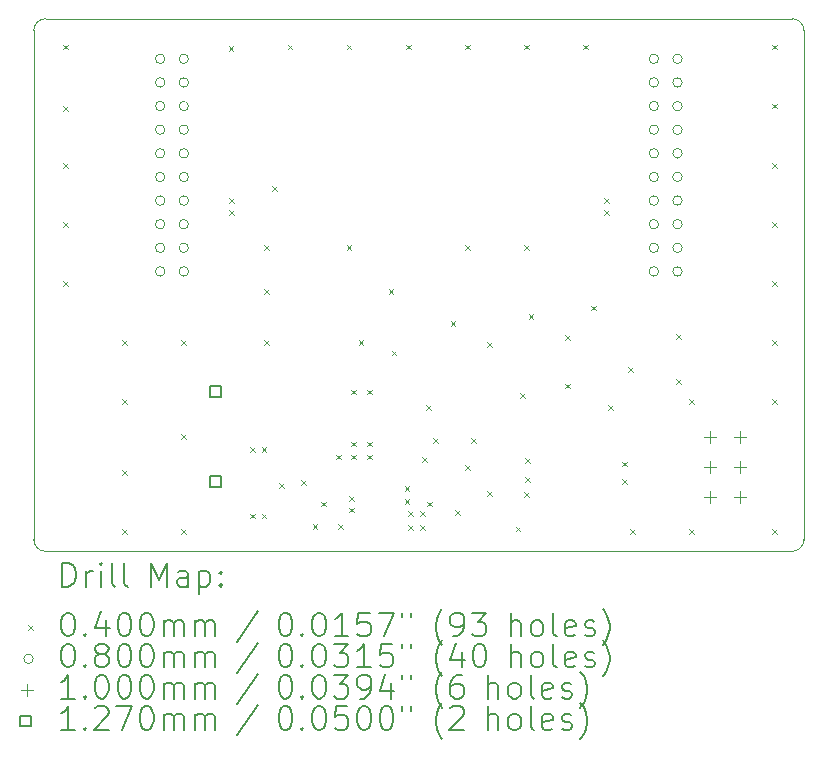
<source format=gbr>
%TF.GenerationSoftware,KiCad,Pcbnew,(7.0.0)*%
%TF.CreationDate,2023-03-12T21:05:17+00:00*%
%TF.ProjectId,main,6d61696e-2e6b-4696-9361-645f70636258,1.0*%
%TF.SameCoordinates,Original*%
%TF.FileFunction,Drillmap*%
%TF.FilePolarity,Positive*%
%FSLAX45Y45*%
G04 Gerber Fmt 4.5, Leading zero omitted, Abs format (unit mm)*
G04 Created by KiCad (PCBNEW (7.0.0)) date 2023-03-12 21:05:17*
%MOMM*%
%LPD*%
G01*
G04 APERTURE LIST*
%ADD10C,0.100000*%
%ADD11C,0.200000*%
%ADD12C,0.040000*%
%ADD13C,0.080000*%
%ADD14C,0.127000*%
G04 APERTURE END LIST*
D10*
X2830000Y-2660000D02*
X9150000Y-2660000D01*
X9250000Y-2760000D02*
G75*
G03*
X9150000Y-2660000I-100000J0D01*
G01*
X9150000Y-7170000D02*
G75*
G03*
X9250000Y-7070000I0J100000D01*
G01*
X2830000Y-2660000D02*
G75*
G03*
X2730000Y-2760000I0J-100000D01*
G01*
X2730000Y-2760000D02*
X2730000Y-7070000D01*
X9250000Y-7070000D02*
X9250000Y-2760000D01*
X2830000Y-7170000D02*
X9150000Y-7170000D01*
X2730000Y-7070000D02*
G75*
G03*
X2830000Y-7170000I100000J0D01*
G01*
D11*
D12*
X2980000Y-2880000D02*
X3020000Y-2920000D01*
X3020000Y-2880000D02*
X2980000Y-2920000D01*
X2980000Y-3400000D02*
X3020000Y-3440000D01*
X3020000Y-3400000D02*
X2980000Y-3440000D01*
X2980000Y-3880000D02*
X3020000Y-3920000D01*
X3020000Y-3880000D02*
X2980000Y-3920000D01*
X2980000Y-4380000D02*
X3020000Y-4420000D01*
X3020000Y-4380000D02*
X2980000Y-4420000D01*
X2980000Y-4880000D02*
X3020000Y-4920000D01*
X3020000Y-4880000D02*
X2980000Y-4920000D01*
X3480000Y-5380000D02*
X3520000Y-5420000D01*
X3520000Y-5380000D02*
X3480000Y-5420000D01*
X3480000Y-5880000D02*
X3520000Y-5920000D01*
X3520000Y-5880000D02*
X3480000Y-5920000D01*
X3480000Y-6480000D02*
X3520000Y-6520000D01*
X3520000Y-6480000D02*
X3480000Y-6520000D01*
X3480000Y-6980000D02*
X3520000Y-7020000D01*
X3520000Y-6980000D02*
X3480000Y-7020000D01*
X3980000Y-5380000D02*
X4020000Y-5420000D01*
X4020000Y-5380000D02*
X3980000Y-5420000D01*
X3980000Y-6180000D02*
X4020000Y-6220000D01*
X4020000Y-6180000D02*
X3980000Y-6220000D01*
X3980000Y-6980000D02*
X4020000Y-7020000D01*
X4020000Y-6980000D02*
X3980000Y-7020000D01*
X4380000Y-2890000D02*
X4420000Y-2930000D01*
X4420000Y-2890000D02*
X4380000Y-2930000D01*
X4382099Y-4177500D02*
X4422099Y-4217500D01*
X4422099Y-4177500D02*
X4382099Y-4217500D01*
X4382099Y-4282500D02*
X4422099Y-4322500D01*
X4422099Y-4282500D02*
X4382099Y-4322500D01*
X4560000Y-6290000D02*
X4600000Y-6330000D01*
X4600000Y-6290000D02*
X4560000Y-6330000D01*
X4560000Y-6850000D02*
X4600000Y-6890000D01*
X4600000Y-6850000D02*
X4560000Y-6890000D01*
X4660000Y-6290000D02*
X4700000Y-6330000D01*
X4700000Y-6290000D02*
X4660000Y-6330000D01*
X4660000Y-6850000D02*
X4700000Y-6890000D01*
X4700000Y-6850000D02*
X4660000Y-6890000D01*
X4680000Y-4580000D02*
X4720000Y-4620000D01*
X4720000Y-4580000D02*
X4680000Y-4620000D01*
X4680000Y-4950000D02*
X4720000Y-4990000D01*
X4720000Y-4950000D02*
X4680000Y-4990000D01*
X4680000Y-5380000D02*
X4720000Y-5420000D01*
X4720000Y-5380000D02*
X4680000Y-5420000D01*
X4750000Y-4080000D02*
X4790000Y-4120000D01*
X4790000Y-4080000D02*
X4750000Y-4120000D01*
X4810000Y-6592450D02*
X4850000Y-6632450D01*
X4850000Y-6592450D02*
X4810000Y-6632450D01*
X4880000Y-2880000D02*
X4920000Y-2920000D01*
X4920000Y-2880000D02*
X4880000Y-2920000D01*
X4995000Y-6567550D02*
X5035000Y-6607550D01*
X5035000Y-6567550D02*
X4995000Y-6607550D01*
X5090000Y-6940000D02*
X5130000Y-6980000D01*
X5130000Y-6940000D02*
X5090000Y-6980000D01*
X5160000Y-6750000D02*
X5200000Y-6790000D01*
X5200000Y-6750000D02*
X5160000Y-6790000D01*
X5290000Y-6350000D02*
X5330000Y-6390000D01*
X5330000Y-6350000D02*
X5290000Y-6390000D01*
X5310000Y-6940000D02*
X5350000Y-6980000D01*
X5350000Y-6940000D02*
X5310000Y-6980000D01*
X5380000Y-2880000D02*
X5420000Y-2920000D01*
X5420000Y-2880000D02*
X5380000Y-2920000D01*
X5380000Y-4580000D02*
X5420000Y-4620000D01*
X5420000Y-4580000D02*
X5380000Y-4620000D01*
X5400000Y-6800000D02*
X5440000Y-6840000D01*
X5440000Y-6800000D02*
X5400000Y-6840000D01*
X5402500Y-6700000D02*
X5442500Y-6740000D01*
X5442500Y-6700000D02*
X5402500Y-6740000D01*
X5420000Y-5800000D02*
X5460000Y-5840000D01*
X5460000Y-5800000D02*
X5420000Y-5840000D01*
X5420000Y-6240000D02*
X5460000Y-6280000D01*
X5460000Y-6240000D02*
X5420000Y-6280000D01*
X5420000Y-6350000D02*
X5460000Y-6390000D01*
X5460000Y-6350000D02*
X5420000Y-6390000D01*
X5480000Y-5380000D02*
X5520000Y-5420000D01*
X5520000Y-5380000D02*
X5480000Y-5420000D01*
X5550000Y-5800000D02*
X5590000Y-5840000D01*
X5590000Y-5800000D02*
X5550000Y-5840000D01*
X5550000Y-6240000D02*
X5590000Y-6280000D01*
X5590000Y-6240000D02*
X5550000Y-6280000D01*
X5550000Y-6350000D02*
X5590000Y-6390000D01*
X5590000Y-6350000D02*
X5550000Y-6390000D01*
X5734000Y-4950000D02*
X5774000Y-4990000D01*
X5774000Y-4950000D02*
X5734000Y-4990000D01*
X5760000Y-5470000D02*
X5800000Y-5510000D01*
X5800000Y-5470000D02*
X5760000Y-5510000D01*
X5870000Y-6620000D02*
X5910000Y-6660000D01*
X5910000Y-6620000D02*
X5870000Y-6660000D01*
X5870000Y-6730000D02*
X5910000Y-6770000D01*
X5910000Y-6730000D02*
X5870000Y-6770000D01*
X5880000Y-2880000D02*
X5920000Y-2920000D01*
X5920000Y-2880000D02*
X5880000Y-2920000D01*
X5900000Y-6830000D02*
X5940000Y-6870000D01*
X5940000Y-6830000D02*
X5900000Y-6870000D01*
X5900000Y-6950000D02*
X5940000Y-6990000D01*
X5940000Y-6950000D02*
X5900000Y-6990000D01*
X6000000Y-6830000D02*
X6040000Y-6870000D01*
X6040000Y-6830000D02*
X6000000Y-6870000D01*
X6000000Y-6950000D02*
X6040000Y-6990000D01*
X6040000Y-6950000D02*
X6000000Y-6990000D01*
X6020000Y-6370000D02*
X6060000Y-6410000D01*
X6060000Y-6370000D02*
X6020000Y-6410000D01*
X6050000Y-5930000D02*
X6090000Y-5970000D01*
X6090000Y-5930000D02*
X6050000Y-5970000D01*
X6060000Y-6750000D02*
X6100000Y-6790000D01*
X6100000Y-6750000D02*
X6060000Y-6790000D01*
X6110000Y-6210000D02*
X6150000Y-6250000D01*
X6150000Y-6210000D02*
X6110000Y-6250000D01*
X6260000Y-5220000D02*
X6300000Y-5260000D01*
X6300000Y-5220000D02*
X6260000Y-5260000D01*
X6300000Y-6820000D02*
X6340000Y-6860000D01*
X6340000Y-6820000D02*
X6300000Y-6860000D01*
X6380000Y-2880000D02*
X6420000Y-2920000D01*
X6420000Y-2880000D02*
X6380000Y-2920000D01*
X6380000Y-4580000D02*
X6420000Y-4620000D01*
X6420000Y-4580000D02*
X6380000Y-4620000D01*
X6380000Y-6440000D02*
X6420000Y-6480000D01*
X6420000Y-6440000D02*
X6380000Y-6480000D01*
X6430000Y-6210000D02*
X6470000Y-6250000D01*
X6470000Y-6210000D02*
X6430000Y-6250000D01*
X6570000Y-5400000D02*
X6610000Y-5440000D01*
X6610000Y-5400000D02*
X6570000Y-5440000D01*
X6570000Y-6660000D02*
X6610000Y-6700000D01*
X6610000Y-6660000D02*
X6570000Y-6700000D01*
X6810000Y-6959950D02*
X6850000Y-6999950D01*
X6850000Y-6959950D02*
X6810000Y-6999950D01*
X6850000Y-5830000D02*
X6890000Y-5870000D01*
X6890000Y-5830000D02*
X6850000Y-5870000D01*
X6880000Y-2880000D02*
X6920000Y-2920000D01*
X6920000Y-2880000D02*
X6880000Y-2920000D01*
X6880000Y-4580000D02*
X6920000Y-4620000D01*
X6920000Y-4580000D02*
X6880000Y-4620000D01*
X6880000Y-6670000D02*
X6920000Y-6710000D01*
X6920000Y-6670000D02*
X6880000Y-6710000D01*
X6890000Y-6380000D02*
X6930000Y-6420000D01*
X6930000Y-6380000D02*
X6890000Y-6420000D01*
X6890000Y-6539950D02*
X6930000Y-6579950D01*
X6930000Y-6539950D02*
X6890000Y-6579950D01*
X6920000Y-5160000D02*
X6960000Y-5200000D01*
X6960000Y-5160000D02*
X6920000Y-5200000D01*
X7230000Y-5340000D02*
X7270000Y-5380000D01*
X7270000Y-5340000D02*
X7230000Y-5380000D01*
X7230000Y-5750000D02*
X7270000Y-5790000D01*
X7270000Y-5750000D02*
X7230000Y-5790000D01*
X7380000Y-2880000D02*
X7420000Y-2920000D01*
X7420000Y-2880000D02*
X7380000Y-2920000D01*
X7450000Y-5090000D02*
X7490000Y-5130000D01*
X7490000Y-5090000D02*
X7450000Y-5130000D01*
X7557901Y-4177500D02*
X7597901Y-4217500D01*
X7597901Y-4177500D02*
X7557901Y-4217500D01*
X7557901Y-4282500D02*
X7597901Y-4322500D01*
X7597901Y-4282500D02*
X7557901Y-4322500D01*
X7590000Y-5930000D02*
X7630000Y-5970000D01*
X7630000Y-5930000D02*
X7590000Y-5970000D01*
X7710000Y-6410000D02*
X7750000Y-6450000D01*
X7750000Y-6410000D02*
X7710000Y-6450000D01*
X7710000Y-6560000D02*
X7750000Y-6600000D01*
X7750000Y-6560000D02*
X7710000Y-6600000D01*
X7760000Y-5610000D02*
X7800000Y-5650000D01*
X7800000Y-5610000D02*
X7760000Y-5650000D01*
X7780000Y-6980000D02*
X7820000Y-7020000D01*
X7820000Y-6980000D02*
X7780000Y-7020000D01*
X8170000Y-5330000D02*
X8210000Y-5370000D01*
X8210000Y-5330000D02*
X8170000Y-5370000D01*
X8170000Y-5710000D02*
X8210000Y-5750000D01*
X8210000Y-5710000D02*
X8170000Y-5750000D01*
X8280000Y-5880000D02*
X8320000Y-5920000D01*
X8320000Y-5880000D02*
X8280000Y-5920000D01*
X8280000Y-6980000D02*
X8320000Y-7020000D01*
X8320000Y-6980000D02*
X8280000Y-7020000D01*
X8980000Y-2880000D02*
X9020000Y-2920000D01*
X9020000Y-2880000D02*
X8980000Y-2920000D01*
X8980000Y-3380000D02*
X9020000Y-3420000D01*
X9020000Y-3380000D02*
X8980000Y-3420000D01*
X8980000Y-3880000D02*
X9020000Y-3920000D01*
X9020000Y-3880000D02*
X8980000Y-3920000D01*
X8980000Y-4380000D02*
X9020000Y-4420000D01*
X9020000Y-4380000D02*
X8980000Y-4420000D01*
X8980000Y-4880000D02*
X9020000Y-4920000D01*
X9020000Y-4880000D02*
X8980000Y-4920000D01*
X8980000Y-5380000D02*
X9020000Y-5420000D01*
X9020000Y-5380000D02*
X8980000Y-5420000D01*
X8980000Y-5880000D02*
X9020000Y-5920000D01*
X9020000Y-5880000D02*
X8980000Y-5920000D01*
X8980000Y-6980000D02*
X9020000Y-7020000D01*
X9020000Y-6980000D02*
X8980000Y-7020000D01*
D13*
X3840000Y-3000000D02*
G75*
G03*
X3840000Y-3000000I-40000J0D01*
G01*
X3840000Y-3200000D02*
G75*
G03*
X3840000Y-3200000I-40000J0D01*
G01*
X3840000Y-3400000D02*
G75*
G03*
X3840000Y-3400000I-40000J0D01*
G01*
X3840000Y-3600000D02*
G75*
G03*
X3840000Y-3600000I-40000J0D01*
G01*
X3840000Y-3800000D02*
G75*
G03*
X3840000Y-3800000I-40000J0D01*
G01*
X3840000Y-4000000D02*
G75*
G03*
X3840000Y-4000000I-40000J0D01*
G01*
X3840000Y-4200000D02*
G75*
G03*
X3840000Y-4200000I-40000J0D01*
G01*
X3840000Y-4400000D02*
G75*
G03*
X3840000Y-4400000I-40000J0D01*
G01*
X3840000Y-4600000D02*
G75*
G03*
X3840000Y-4600000I-40000J0D01*
G01*
X3840000Y-4800000D02*
G75*
G03*
X3840000Y-4800000I-40000J0D01*
G01*
X4040000Y-3000000D02*
G75*
G03*
X4040000Y-3000000I-40000J0D01*
G01*
X4040000Y-3200000D02*
G75*
G03*
X4040000Y-3200000I-40000J0D01*
G01*
X4040000Y-3400000D02*
G75*
G03*
X4040000Y-3400000I-40000J0D01*
G01*
X4040000Y-3600000D02*
G75*
G03*
X4040000Y-3600000I-40000J0D01*
G01*
X4040000Y-3800000D02*
G75*
G03*
X4040000Y-3800000I-40000J0D01*
G01*
X4040000Y-4000000D02*
G75*
G03*
X4040000Y-4000000I-40000J0D01*
G01*
X4040000Y-4200000D02*
G75*
G03*
X4040000Y-4200000I-40000J0D01*
G01*
X4040000Y-4400000D02*
G75*
G03*
X4040000Y-4400000I-40000J0D01*
G01*
X4040000Y-4600000D02*
G75*
G03*
X4040000Y-4600000I-40000J0D01*
G01*
X4040000Y-4800000D02*
G75*
G03*
X4040000Y-4800000I-40000J0D01*
G01*
X8020000Y-3000000D02*
G75*
G03*
X8020000Y-3000000I-40000J0D01*
G01*
X8020000Y-3200000D02*
G75*
G03*
X8020000Y-3200000I-40000J0D01*
G01*
X8020000Y-3400000D02*
G75*
G03*
X8020000Y-3400000I-40000J0D01*
G01*
X8020000Y-3600000D02*
G75*
G03*
X8020000Y-3600000I-40000J0D01*
G01*
X8020000Y-3800000D02*
G75*
G03*
X8020000Y-3800000I-40000J0D01*
G01*
X8020000Y-4000000D02*
G75*
G03*
X8020000Y-4000000I-40000J0D01*
G01*
X8020000Y-4200000D02*
G75*
G03*
X8020000Y-4200000I-40000J0D01*
G01*
X8020000Y-4400000D02*
G75*
G03*
X8020000Y-4400000I-40000J0D01*
G01*
X8020000Y-4600000D02*
G75*
G03*
X8020000Y-4600000I-40000J0D01*
G01*
X8020000Y-4800000D02*
G75*
G03*
X8020000Y-4800000I-40000J0D01*
G01*
X8220000Y-3000000D02*
G75*
G03*
X8220000Y-3000000I-40000J0D01*
G01*
X8220000Y-3200000D02*
G75*
G03*
X8220000Y-3200000I-40000J0D01*
G01*
X8220000Y-3400000D02*
G75*
G03*
X8220000Y-3400000I-40000J0D01*
G01*
X8220000Y-3600000D02*
G75*
G03*
X8220000Y-3600000I-40000J0D01*
G01*
X8220000Y-3800000D02*
G75*
G03*
X8220000Y-3800000I-40000J0D01*
G01*
X8220000Y-4000000D02*
G75*
G03*
X8220000Y-4000000I-40000J0D01*
G01*
X8220000Y-4200000D02*
G75*
G03*
X8220000Y-4200000I-40000J0D01*
G01*
X8220000Y-4400000D02*
G75*
G03*
X8220000Y-4400000I-40000J0D01*
G01*
X8220000Y-4600000D02*
G75*
G03*
X8220000Y-4600000I-40000J0D01*
G01*
X8220000Y-4800000D02*
G75*
G03*
X8220000Y-4800000I-40000J0D01*
G01*
D10*
X8456000Y-6152000D02*
X8456000Y-6252000D01*
X8406000Y-6202000D02*
X8506000Y-6202000D01*
X8456000Y-6406000D02*
X8456000Y-6506000D01*
X8406000Y-6456000D02*
X8506000Y-6456000D01*
X8456000Y-6660000D02*
X8456000Y-6760000D01*
X8406000Y-6710000D02*
X8506000Y-6710000D01*
X8710000Y-6152000D02*
X8710000Y-6252000D01*
X8660000Y-6202000D02*
X8760000Y-6202000D01*
X8710000Y-6406000D02*
X8710000Y-6506000D01*
X8660000Y-6456000D02*
X8760000Y-6456000D01*
X8710000Y-6660000D02*
X8710000Y-6760000D01*
X8660000Y-6710000D02*
X8760000Y-6710000D01*
D14*
X4312392Y-5863902D02*
X4312392Y-5774098D01*
X4222588Y-5774098D01*
X4222588Y-5863902D01*
X4312392Y-5863902D01*
X4312392Y-6625902D02*
X4312392Y-6536098D01*
X4222588Y-6536098D01*
X4222588Y-6625902D01*
X4312392Y-6625902D01*
D11*
X2972619Y-7468476D02*
X2972619Y-7268476D01*
X2972619Y-7268476D02*
X3020238Y-7268476D01*
X3020238Y-7268476D02*
X3048809Y-7278000D01*
X3048809Y-7278000D02*
X3067857Y-7297048D01*
X3067857Y-7297048D02*
X3077381Y-7316095D01*
X3077381Y-7316095D02*
X3086905Y-7354190D01*
X3086905Y-7354190D02*
X3086905Y-7382762D01*
X3086905Y-7382762D02*
X3077381Y-7420857D01*
X3077381Y-7420857D02*
X3067857Y-7439905D01*
X3067857Y-7439905D02*
X3048809Y-7458952D01*
X3048809Y-7458952D02*
X3020238Y-7468476D01*
X3020238Y-7468476D02*
X2972619Y-7468476D01*
X3172619Y-7468476D02*
X3172619Y-7335143D01*
X3172619Y-7373238D02*
X3182143Y-7354190D01*
X3182143Y-7354190D02*
X3191667Y-7344667D01*
X3191667Y-7344667D02*
X3210714Y-7335143D01*
X3210714Y-7335143D02*
X3229762Y-7335143D01*
X3296428Y-7468476D02*
X3296428Y-7335143D01*
X3296428Y-7268476D02*
X3286905Y-7278000D01*
X3286905Y-7278000D02*
X3296428Y-7287524D01*
X3296428Y-7287524D02*
X3305952Y-7278000D01*
X3305952Y-7278000D02*
X3296428Y-7268476D01*
X3296428Y-7268476D02*
X3296428Y-7287524D01*
X3420238Y-7468476D02*
X3401190Y-7458952D01*
X3401190Y-7458952D02*
X3391667Y-7439905D01*
X3391667Y-7439905D02*
X3391667Y-7268476D01*
X3525000Y-7468476D02*
X3505952Y-7458952D01*
X3505952Y-7458952D02*
X3496428Y-7439905D01*
X3496428Y-7439905D02*
X3496428Y-7268476D01*
X3721190Y-7468476D02*
X3721190Y-7268476D01*
X3721190Y-7268476D02*
X3787857Y-7411333D01*
X3787857Y-7411333D02*
X3854524Y-7268476D01*
X3854524Y-7268476D02*
X3854524Y-7468476D01*
X4035476Y-7468476D02*
X4035476Y-7363714D01*
X4035476Y-7363714D02*
X4025952Y-7344667D01*
X4025952Y-7344667D02*
X4006905Y-7335143D01*
X4006905Y-7335143D02*
X3968809Y-7335143D01*
X3968809Y-7335143D02*
X3949762Y-7344667D01*
X4035476Y-7458952D02*
X4016428Y-7468476D01*
X4016428Y-7468476D02*
X3968809Y-7468476D01*
X3968809Y-7468476D02*
X3949762Y-7458952D01*
X3949762Y-7458952D02*
X3940238Y-7439905D01*
X3940238Y-7439905D02*
X3940238Y-7420857D01*
X3940238Y-7420857D02*
X3949762Y-7401809D01*
X3949762Y-7401809D02*
X3968809Y-7392286D01*
X3968809Y-7392286D02*
X4016428Y-7392286D01*
X4016428Y-7392286D02*
X4035476Y-7382762D01*
X4130714Y-7335143D02*
X4130714Y-7535143D01*
X4130714Y-7344667D02*
X4149762Y-7335143D01*
X4149762Y-7335143D02*
X4187857Y-7335143D01*
X4187857Y-7335143D02*
X4206905Y-7344667D01*
X4206905Y-7344667D02*
X4216429Y-7354190D01*
X4216429Y-7354190D02*
X4225952Y-7373238D01*
X4225952Y-7373238D02*
X4225952Y-7430381D01*
X4225952Y-7430381D02*
X4216429Y-7449428D01*
X4216429Y-7449428D02*
X4206905Y-7458952D01*
X4206905Y-7458952D02*
X4187857Y-7468476D01*
X4187857Y-7468476D02*
X4149762Y-7468476D01*
X4149762Y-7468476D02*
X4130714Y-7458952D01*
X4311667Y-7449428D02*
X4321190Y-7458952D01*
X4321190Y-7458952D02*
X4311667Y-7468476D01*
X4311667Y-7468476D02*
X4302143Y-7458952D01*
X4302143Y-7458952D02*
X4311667Y-7449428D01*
X4311667Y-7449428D02*
X4311667Y-7468476D01*
X4311667Y-7344667D02*
X4321190Y-7354190D01*
X4321190Y-7354190D02*
X4311667Y-7363714D01*
X4311667Y-7363714D02*
X4302143Y-7354190D01*
X4302143Y-7354190D02*
X4311667Y-7344667D01*
X4311667Y-7344667D02*
X4311667Y-7363714D01*
D12*
X2685000Y-7795000D02*
X2725000Y-7835000D01*
X2725000Y-7795000D02*
X2685000Y-7835000D01*
D11*
X3010714Y-7688476D02*
X3029762Y-7688476D01*
X3029762Y-7688476D02*
X3048809Y-7698000D01*
X3048809Y-7698000D02*
X3058333Y-7707524D01*
X3058333Y-7707524D02*
X3067857Y-7726571D01*
X3067857Y-7726571D02*
X3077381Y-7764667D01*
X3077381Y-7764667D02*
X3077381Y-7812286D01*
X3077381Y-7812286D02*
X3067857Y-7850381D01*
X3067857Y-7850381D02*
X3058333Y-7869428D01*
X3058333Y-7869428D02*
X3048809Y-7878952D01*
X3048809Y-7878952D02*
X3029762Y-7888476D01*
X3029762Y-7888476D02*
X3010714Y-7888476D01*
X3010714Y-7888476D02*
X2991667Y-7878952D01*
X2991667Y-7878952D02*
X2982143Y-7869428D01*
X2982143Y-7869428D02*
X2972619Y-7850381D01*
X2972619Y-7850381D02*
X2963095Y-7812286D01*
X2963095Y-7812286D02*
X2963095Y-7764667D01*
X2963095Y-7764667D02*
X2972619Y-7726571D01*
X2972619Y-7726571D02*
X2982143Y-7707524D01*
X2982143Y-7707524D02*
X2991667Y-7698000D01*
X2991667Y-7698000D02*
X3010714Y-7688476D01*
X3163095Y-7869428D02*
X3172619Y-7878952D01*
X3172619Y-7878952D02*
X3163095Y-7888476D01*
X3163095Y-7888476D02*
X3153571Y-7878952D01*
X3153571Y-7878952D02*
X3163095Y-7869428D01*
X3163095Y-7869428D02*
X3163095Y-7888476D01*
X3344048Y-7755143D02*
X3344048Y-7888476D01*
X3296428Y-7678952D02*
X3248809Y-7821809D01*
X3248809Y-7821809D02*
X3372619Y-7821809D01*
X3486905Y-7688476D02*
X3505952Y-7688476D01*
X3505952Y-7688476D02*
X3525000Y-7698000D01*
X3525000Y-7698000D02*
X3534524Y-7707524D01*
X3534524Y-7707524D02*
X3544048Y-7726571D01*
X3544048Y-7726571D02*
X3553571Y-7764667D01*
X3553571Y-7764667D02*
X3553571Y-7812286D01*
X3553571Y-7812286D02*
X3544048Y-7850381D01*
X3544048Y-7850381D02*
X3534524Y-7869428D01*
X3534524Y-7869428D02*
X3525000Y-7878952D01*
X3525000Y-7878952D02*
X3505952Y-7888476D01*
X3505952Y-7888476D02*
X3486905Y-7888476D01*
X3486905Y-7888476D02*
X3467857Y-7878952D01*
X3467857Y-7878952D02*
X3458333Y-7869428D01*
X3458333Y-7869428D02*
X3448809Y-7850381D01*
X3448809Y-7850381D02*
X3439286Y-7812286D01*
X3439286Y-7812286D02*
X3439286Y-7764667D01*
X3439286Y-7764667D02*
X3448809Y-7726571D01*
X3448809Y-7726571D02*
X3458333Y-7707524D01*
X3458333Y-7707524D02*
X3467857Y-7698000D01*
X3467857Y-7698000D02*
X3486905Y-7688476D01*
X3677381Y-7688476D02*
X3696429Y-7688476D01*
X3696429Y-7688476D02*
X3715476Y-7698000D01*
X3715476Y-7698000D02*
X3725000Y-7707524D01*
X3725000Y-7707524D02*
X3734524Y-7726571D01*
X3734524Y-7726571D02*
X3744048Y-7764667D01*
X3744048Y-7764667D02*
X3744048Y-7812286D01*
X3744048Y-7812286D02*
X3734524Y-7850381D01*
X3734524Y-7850381D02*
X3725000Y-7869428D01*
X3725000Y-7869428D02*
X3715476Y-7878952D01*
X3715476Y-7878952D02*
X3696429Y-7888476D01*
X3696429Y-7888476D02*
X3677381Y-7888476D01*
X3677381Y-7888476D02*
X3658333Y-7878952D01*
X3658333Y-7878952D02*
X3648809Y-7869428D01*
X3648809Y-7869428D02*
X3639286Y-7850381D01*
X3639286Y-7850381D02*
X3629762Y-7812286D01*
X3629762Y-7812286D02*
X3629762Y-7764667D01*
X3629762Y-7764667D02*
X3639286Y-7726571D01*
X3639286Y-7726571D02*
X3648809Y-7707524D01*
X3648809Y-7707524D02*
X3658333Y-7698000D01*
X3658333Y-7698000D02*
X3677381Y-7688476D01*
X3829762Y-7888476D02*
X3829762Y-7755143D01*
X3829762Y-7774190D02*
X3839286Y-7764667D01*
X3839286Y-7764667D02*
X3858333Y-7755143D01*
X3858333Y-7755143D02*
X3886905Y-7755143D01*
X3886905Y-7755143D02*
X3905952Y-7764667D01*
X3905952Y-7764667D02*
X3915476Y-7783714D01*
X3915476Y-7783714D02*
X3915476Y-7888476D01*
X3915476Y-7783714D02*
X3925000Y-7764667D01*
X3925000Y-7764667D02*
X3944048Y-7755143D01*
X3944048Y-7755143D02*
X3972619Y-7755143D01*
X3972619Y-7755143D02*
X3991667Y-7764667D01*
X3991667Y-7764667D02*
X4001190Y-7783714D01*
X4001190Y-7783714D02*
X4001190Y-7888476D01*
X4096429Y-7888476D02*
X4096429Y-7755143D01*
X4096429Y-7774190D02*
X4105952Y-7764667D01*
X4105952Y-7764667D02*
X4125000Y-7755143D01*
X4125000Y-7755143D02*
X4153571Y-7755143D01*
X4153571Y-7755143D02*
X4172619Y-7764667D01*
X4172619Y-7764667D02*
X4182143Y-7783714D01*
X4182143Y-7783714D02*
X4182143Y-7888476D01*
X4182143Y-7783714D02*
X4191667Y-7764667D01*
X4191667Y-7764667D02*
X4210714Y-7755143D01*
X4210714Y-7755143D02*
X4239286Y-7755143D01*
X4239286Y-7755143D02*
X4258333Y-7764667D01*
X4258333Y-7764667D02*
X4267857Y-7783714D01*
X4267857Y-7783714D02*
X4267857Y-7888476D01*
X4625952Y-7678952D02*
X4454524Y-7936095D01*
X4850714Y-7688476D02*
X4869762Y-7688476D01*
X4869762Y-7688476D02*
X4888810Y-7698000D01*
X4888810Y-7698000D02*
X4898333Y-7707524D01*
X4898333Y-7707524D02*
X4907857Y-7726571D01*
X4907857Y-7726571D02*
X4917381Y-7764667D01*
X4917381Y-7764667D02*
X4917381Y-7812286D01*
X4917381Y-7812286D02*
X4907857Y-7850381D01*
X4907857Y-7850381D02*
X4898333Y-7869428D01*
X4898333Y-7869428D02*
X4888810Y-7878952D01*
X4888810Y-7878952D02*
X4869762Y-7888476D01*
X4869762Y-7888476D02*
X4850714Y-7888476D01*
X4850714Y-7888476D02*
X4831667Y-7878952D01*
X4831667Y-7878952D02*
X4822143Y-7869428D01*
X4822143Y-7869428D02*
X4812619Y-7850381D01*
X4812619Y-7850381D02*
X4803095Y-7812286D01*
X4803095Y-7812286D02*
X4803095Y-7764667D01*
X4803095Y-7764667D02*
X4812619Y-7726571D01*
X4812619Y-7726571D02*
X4822143Y-7707524D01*
X4822143Y-7707524D02*
X4831667Y-7698000D01*
X4831667Y-7698000D02*
X4850714Y-7688476D01*
X5003095Y-7869428D02*
X5012619Y-7878952D01*
X5012619Y-7878952D02*
X5003095Y-7888476D01*
X5003095Y-7888476D02*
X4993572Y-7878952D01*
X4993572Y-7878952D02*
X5003095Y-7869428D01*
X5003095Y-7869428D02*
X5003095Y-7888476D01*
X5136429Y-7688476D02*
X5155476Y-7688476D01*
X5155476Y-7688476D02*
X5174524Y-7698000D01*
X5174524Y-7698000D02*
X5184048Y-7707524D01*
X5184048Y-7707524D02*
X5193572Y-7726571D01*
X5193572Y-7726571D02*
X5203095Y-7764667D01*
X5203095Y-7764667D02*
X5203095Y-7812286D01*
X5203095Y-7812286D02*
X5193572Y-7850381D01*
X5193572Y-7850381D02*
X5184048Y-7869428D01*
X5184048Y-7869428D02*
X5174524Y-7878952D01*
X5174524Y-7878952D02*
X5155476Y-7888476D01*
X5155476Y-7888476D02*
X5136429Y-7888476D01*
X5136429Y-7888476D02*
X5117381Y-7878952D01*
X5117381Y-7878952D02*
X5107857Y-7869428D01*
X5107857Y-7869428D02*
X5098333Y-7850381D01*
X5098333Y-7850381D02*
X5088810Y-7812286D01*
X5088810Y-7812286D02*
X5088810Y-7764667D01*
X5088810Y-7764667D02*
X5098333Y-7726571D01*
X5098333Y-7726571D02*
X5107857Y-7707524D01*
X5107857Y-7707524D02*
X5117381Y-7698000D01*
X5117381Y-7698000D02*
X5136429Y-7688476D01*
X5393572Y-7888476D02*
X5279286Y-7888476D01*
X5336429Y-7888476D02*
X5336429Y-7688476D01*
X5336429Y-7688476D02*
X5317381Y-7717048D01*
X5317381Y-7717048D02*
X5298333Y-7736095D01*
X5298333Y-7736095D02*
X5279286Y-7745619D01*
X5574524Y-7688476D02*
X5479286Y-7688476D01*
X5479286Y-7688476D02*
X5469762Y-7783714D01*
X5469762Y-7783714D02*
X5479286Y-7774190D01*
X5479286Y-7774190D02*
X5498333Y-7764667D01*
X5498333Y-7764667D02*
X5545953Y-7764667D01*
X5545953Y-7764667D02*
X5565000Y-7774190D01*
X5565000Y-7774190D02*
X5574524Y-7783714D01*
X5574524Y-7783714D02*
X5584048Y-7802762D01*
X5584048Y-7802762D02*
X5584048Y-7850381D01*
X5584048Y-7850381D02*
X5574524Y-7869428D01*
X5574524Y-7869428D02*
X5565000Y-7878952D01*
X5565000Y-7878952D02*
X5545953Y-7888476D01*
X5545953Y-7888476D02*
X5498333Y-7888476D01*
X5498333Y-7888476D02*
X5479286Y-7878952D01*
X5479286Y-7878952D02*
X5469762Y-7869428D01*
X5650714Y-7688476D02*
X5784048Y-7688476D01*
X5784048Y-7688476D02*
X5698333Y-7888476D01*
X5850714Y-7688476D02*
X5850714Y-7726571D01*
X5926905Y-7688476D02*
X5926905Y-7726571D01*
X6189762Y-7964667D02*
X6180238Y-7955143D01*
X6180238Y-7955143D02*
X6161191Y-7926571D01*
X6161191Y-7926571D02*
X6151667Y-7907524D01*
X6151667Y-7907524D02*
X6142143Y-7878952D01*
X6142143Y-7878952D02*
X6132619Y-7831333D01*
X6132619Y-7831333D02*
X6132619Y-7793238D01*
X6132619Y-7793238D02*
X6142143Y-7745619D01*
X6142143Y-7745619D02*
X6151667Y-7717048D01*
X6151667Y-7717048D02*
X6161191Y-7698000D01*
X6161191Y-7698000D02*
X6180238Y-7669428D01*
X6180238Y-7669428D02*
X6189762Y-7659905D01*
X6275476Y-7888476D02*
X6313571Y-7888476D01*
X6313571Y-7888476D02*
X6332619Y-7878952D01*
X6332619Y-7878952D02*
X6342143Y-7869428D01*
X6342143Y-7869428D02*
X6361191Y-7840857D01*
X6361191Y-7840857D02*
X6370714Y-7802762D01*
X6370714Y-7802762D02*
X6370714Y-7726571D01*
X6370714Y-7726571D02*
X6361191Y-7707524D01*
X6361191Y-7707524D02*
X6351667Y-7698000D01*
X6351667Y-7698000D02*
X6332619Y-7688476D01*
X6332619Y-7688476D02*
X6294524Y-7688476D01*
X6294524Y-7688476D02*
X6275476Y-7698000D01*
X6275476Y-7698000D02*
X6265952Y-7707524D01*
X6265952Y-7707524D02*
X6256429Y-7726571D01*
X6256429Y-7726571D02*
X6256429Y-7774190D01*
X6256429Y-7774190D02*
X6265952Y-7793238D01*
X6265952Y-7793238D02*
X6275476Y-7802762D01*
X6275476Y-7802762D02*
X6294524Y-7812286D01*
X6294524Y-7812286D02*
X6332619Y-7812286D01*
X6332619Y-7812286D02*
X6351667Y-7802762D01*
X6351667Y-7802762D02*
X6361191Y-7793238D01*
X6361191Y-7793238D02*
X6370714Y-7774190D01*
X6437381Y-7688476D02*
X6561191Y-7688476D01*
X6561191Y-7688476D02*
X6494524Y-7764667D01*
X6494524Y-7764667D02*
X6523095Y-7764667D01*
X6523095Y-7764667D02*
X6542143Y-7774190D01*
X6542143Y-7774190D02*
X6551667Y-7783714D01*
X6551667Y-7783714D02*
X6561191Y-7802762D01*
X6561191Y-7802762D02*
X6561191Y-7850381D01*
X6561191Y-7850381D02*
X6551667Y-7869428D01*
X6551667Y-7869428D02*
X6542143Y-7878952D01*
X6542143Y-7878952D02*
X6523095Y-7888476D01*
X6523095Y-7888476D02*
X6465952Y-7888476D01*
X6465952Y-7888476D02*
X6446905Y-7878952D01*
X6446905Y-7878952D02*
X6437381Y-7869428D01*
X6766905Y-7888476D02*
X6766905Y-7688476D01*
X6852619Y-7888476D02*
X6852619Y-7783714D01*
X6852619Y-7783714D02*
X6843095Y-7764667D01*
X6843095Y-7764667D02*
X6824048Y-7755143D01*
X6824048Y-7755143D02*
X6795476Y-7755143D01*
X6795476Y-7755143D02*
X6776429Y-7764667D01*
X6776429Y-7764667D02*
X6766905Y-7774190D01*
X6976429Y-7888476D02*
X6957381Y-7878952D01*
X6957381Y-7878952D02*
X6947857Y-7869428D01*
X6947857Y-7869428D02*
X6938333Y-7850381D01*
X6938333Y-7850381D02*
X6938333Y-7793238D01*
X6938333Y-7793238D02*
X6947857Y-7774190D01*
X6947857Y-7774190D02*
X6957381Y-7764667D01*
X6957381Y-7764667D02*
X6976429Y-7755143D01*
X6976429Y-7755143D02*
X7005000Y-7755143D01*
X7005000Y-7755143D02*
X7024048Y-7764667D01*
X7024048Y-7764667D02*
X7033572Y-7774190D01*
X7033572Y-7774190D02*
X7043095Y-7793238D01*
X7043095Y-7793238D02*
X7043095Y-7850381D01*
X7043095Y-7850381D02*
X7033572Y-7869428D01*
X7033572Y-7869428D02*
X7024048Y-7878952D01*
X7024048Y-7878952D02*
X7005000Y-7888476D01*
X7005000Y-7888476D02*
X6976429Y-7888476D01*
X7157381Y-7888476D02*
X7138333Y-7878952D01*
X7138333Y-7878952D02*
X7128810Y-7859905D01*
X7128810Y-7859905D02*
X7128810Y-7688476D01*
X7309762Y-7878952D02*
X7290714Y-7888476D01*
X7290714Y-7888476D02*
X7252619Y-7888476D01*
X7252619Y-7888476D02*
X7233572Y-7878952D01*
X7233572Y-7878952D02*
X7224048Y-7859905D01*
X7224048Y-7859905D02*
X7224048Y-7783714D01*
X7224048Y-7783714D02*
X7233572Y-7764667D01*
X7233572Y-7764667D02*
X7252619Y-7755143D01*
X7252619Y-7755143D02*
X7290714Y-7755143D01*
X7290714Y-7755143D02*
X7309762Y-7764667D01*
X7309762Y-7764667D02*
X7319286Y-7783714D01*
X7319286Y-7783714D02*
X7319286Y-7802762D01*
X7319286Y-7802762D02*
X7224048Y-7821809D01*
X7395476Y-7878952D02*
X7414524Y-7888476D01*
X7414524Y-7888476D02*
X7452619Y-7888476D01*
X7452619Y-7888476D02*
X7471667Y-7878952D01*
X7471667Y-7878952D02*
X7481191Y-7859905D01*
X7481191Y-7859905D02*
X7481191Y-7850381D01*
X7481191Y-7850381D02*
X7471667Y-7831333D01*
X7471667Y-7831333D02*
X7452619Y-7821809D01*
X7452619Y-7821809D02*
X7424048Y-7821809D01*
X7424048Y-7821809D02*
X7405000Y-7812286D01*
X7405000Y-7812286D02*
X7395476Y-7793238D01*
X7395476Y-7793238D02*
X7395476Y-7783714D01*
X7395476Y-7783714D02*
X7405000Y-7764667D01*
X7405000Y-7764667D02*
X7424048Y-7755143D01*
X7424048Y-7755143D02*
X7452619Y-7755143D01*
X7452619Y-7755143D02*
X7471667Y-7764667D01*
X7547857Y-7964667D02*
X7557381Y-7955143D01*
X7557381Y-7955143D02*
X7576429Y-7926571D01*
X7576429Y-7926571D02*
X7585953Y-7907524D01*
X7585953Y-7907524D02*
X7595476Y-7878952D01*
X7595476Y-7878952D02*
X7605000Y-7831333D01*
X7605000Y-7831333D02*
X7605000Y-7793238D01*
X7605000Y-7793238D02*
X7595476Y-7745619D01*
X7595476Y-7745619D02*
X7585953Y-7717048D01*
X7585953Y-7717048D02*
X7576429Y-7698000D01*
X7576429Y-7698000D02*
X7557381Y-7669428D01*
X7557381Y-7669428D02*
X7547857Y-7659905D01*
D13*
X2725000Y-8079000D02*
G75*
G03*
X2725000Y-8079000I-40000J0D01*
G01*
D11*
X3010714Y-7952476D02*
X3029762Y-7952476D01*
X3029762Y-7952476D02*
X3048809Y-7962000D01*
X3048809Y-7962000D02*
X3058333Y-7971524D01*
X3058333Y-7971524D02*
X3067857Y-7990571D01*
X3067857Y-7990571D02*
X3077381Y-8028667D01*
X3077381Y-8028667D02*
X3077381Y-8076286D01*
X3077381Y-8076286D02*
X3067857Y-8114381D01*
X3067857Y-8114381D02*
X3058333Y-8133428D01*
X3058333Y-8133428D02*
X3048809Y-8142952D01*
X3048809Y-8142952D02*
X3029762Y-8152476D01*
X3029762Y-8152476D02*
X3010714Y-8152476D01*
X3010714Y-8152476D02*
X2991667Y-8142952D01*
X2991667Y-8142952D02*
X2982143Y-8133428D01*
X2982143Y-8133428D02*
X2972619Y-8114381D01*
X2972619Y-8114381D02*
X2963095Y-8076286D01*
X2963095Y-8076286D02*
X2963095Y-8028667D01*
X2963095Y-8028667D02*
X2972619Y-7990571D01*
X2972619Y-7990571D02*
X2982143Y-7971524D01*
X2982143Y-7971524D02*
X2991667Y-7962000D01*
X2991667Y-7962000D02*
X3010714Y-7952476D01*
X3163095Y-8133428D02*
X3172619Y-8142952D01*
X3172619Y-8142952D02*
X3163095Y-8152476D01*
X3163095Y-8152476D02*
X3153571Y-8142952D01*
X3153571Y-8142952D02*
X3163095Y-8133428D01*
X3163095Y-8133428D02*
X3163095Y-8152476D01*
X3286905Y-8038190D02*
X3267857Y-8028667D01*
X3267857Y-8028667D02*
X3258333Y-8019143D01*
X3258333Y-8019143D02*
X3248809Y-8000095D01*
X3248809Y-8000095D02*
X3248809Y-7990571D01*
X3248809Y-7990571D02*
X3258333Y-7971524D01*
X3258333Y-7971524D02*
X3267857Y-7962000D01*
X3267857Y-7962000D02*
X3286905Y-7952476D01*
X3286905Y-7952476D02*
X3325000Y-7952476D01*
X3325000Y-7952476D02*
X3344048Y-7962000D01*
X3344048Y-7962000D02*
X3353571Y-7971524D01*
X3353571Y-7971524D02*
X3363095Y-7990571D01*
X3363095Y-7990571D02*
X3363095Y-8000095D01*
X3363095Y-8000095D02*
X3353571Y-8019143D01*
X3353571Y-8019143D02*
X3344048Y-8028667D01*
X3344048Y-8028667D02*
X3325000Y-8038190D01*
X3325000Y-8038190D02*
X3286905Y-8038190D01*
X3286905Y-8038190D02*
X3267857Y-8047714D01*
X3267857Y-8047714D02*
X3258333Y-8057238D01*
X3258333Y-8057238D02*
X3248809Y-8076286D01*
X3248809Y-8076286D02*
X3248809Y-8114381D01*
X3248809Y-8114381D02*
X3258333Y-8133428D01*
X3258333Y-8133428D02*
X3267857Y-8142952D01*
X3267857Y-8142952D02*
X3286905Y-8152476D01*
X3286905Y-8152476D02*
X3325000Y-8152476D01*
X3325000Y-8152476D02*
X3344048Y-8142952D01*
X3344048Y-8142952D02*
X3353571Y-8133428D01*
X3353571Y-8133428D02*
X3363095Y-8114381D01*
X3363095Y-8114381D02*
X3363095Y-8076286D01*
X3363095Y-8076286D02*
X3353571Y-8057238D01*
X3353571Y-8057238D02*
X3344048Y-8047714D01*
X3344048Y-8047714D02*
X3325000Y-8038190D01*
X3486905Y-7952476D02*
X3505952Y-7952476D01*
X3505952Y-7952476D02*
X3525000Y-7962000D01*
X3525000Y-7962000D02*
X3534524Y-7971524D01*
X3534524Y-7971524D02*
X3544048Y-7990571D01*
X3544048Y-7990571D02*
X3553571Y-8028667D01*
X3553571Y-8028667D02*
X3553571Y-8076286D01*
X3553571Y-8076286D02*
X3544048Y-8114381D01*
X3544048Y-8114381D02*
X3534524Y-8133428D01*
X3534524Y-8133428D02*
X3525000Y-8142952D01*
X3525000Y-8142952D02*
X3505952Y-8152476D01*
X3505952Y-8152476D02*
X3486905Y-8152476D01*
X3486905Y-8152476D02*
X3467857Y-8142952D01*
X3467857Y-8142952D02*
X3458333Y-8133428D01*
X3458333Y-8133428D02*
X3448809Y-8114381D01*
X3448809Y-8114381D02*
X3439286Y-8076286D01*
X3439286Y-8076286D02*
X3439286Y-8028667D01*
X3439286Y-8028667D02*
X3448809Y-7990571D01*
X3448809Y-7990571D02*
X3458333Y-7971524D01*
X3458333Y-7971524D02*
X3467857Y-7962000D01*
X3467857Y-7962000D02*
X3486905Y-7952476D01*
X3677381Y-7952476D02*
X3696429Y-7952476D01*
X3696429Y-7952476D02*
X3715476Y-7962000D01*
X3715476Y-7962000D02*
X3725000Y-7971524D01*
X3725000Y-7971524D02*
X3734524Y-7990571D01*
X3734524Y-7990571D02*
X3744048Y-8028667D01*
X3744048Y-8028667D02*
X3744048Y-8076286D01*
X3744048Y-8076286D02*
X3734524Y-8114381D01*
X3734524Y-8114381D02*
X3725000Y-8133428D01*
X3725000Y-8133428D02*
X3715476Y-8142952D01*
X3715476Y-8142952D02*
X3696429Y-8152476D01*
X3696429Y-8152476D02*
X3677381Y-8152476D01*
X3677381Y-8152476D02*
X3658333Y-8142952D01*
X3658333Y-8142952D02*
X3648809Y-8133428D01*
X3648809Y-8133428D02*
X3639286Y-8114381D01*
X3639286Y-8114381D02*
X3629762Y-8076286D01*
X3629762Y-8076286D02*
X3629762Y-8028667D01*
X3629762Y-8028667D02*
X3639286Y-7990571D01*
X3639286Y-7990571D02*
X3648809Y-7971524D01*
X3648809Y-7971524D02*
X3658333Y-7962000D01*
X3658333Y-7962000D02*
X3677381Y-7952476D01*
X3829762Y-8152476D02*
X3829762Y-8019143D01*
X3829762Y-8038190D02*
X3839286Y-8028667D01*
X3839286Y-8028667D02*
X3858333Y-8019143D01*
X3858333Y-8019143D02*
X3886905Y-8019143D01*
X3886905Y-8019143D02*
X3905952Y-8028667D01*
X3905952Y-8028667D02*
X3915476Y-8047714D01*
X3915476Y-8047714D02*
X3915476Y-8152476D01*
X3915476Y-8047714D02*
X3925000Y-8028667D01*
X3925000Y-8028667D02*
X3944048Y-8019143D01*
X3944048Y-8019143D02*
X3972619Y-8019143D01*
X3972619Y-8019143D02*
X3991667Y-8028667D01*
X3991667Y-8028667D02*
X4001190Y-8047714D01*
X4001190Y-8047714D02*
X4001190Y-8152476D01*
X4096429Y-8152476D02*
X4096429Y-8019143D01*
X4096429Y-8038190D02*
X4105952Y-8028667D01*
X4105952Y-8028667D02*
X4125000Y-8019143D01*
X4125000Y-8019143D02*
X4153571Y-8019143D01*
X4153571Y-8019143D02*
X4172619Y-8028667D01*
X4172619Y-8028667D02*
X4182143Y-8047714D01*
X4182143Y-8047714D02*
X4182143Y-8152476D01*
X4182143Y-8047714D02*
X4191667Y-8028667D01*
X4191667Y-8028667D02*
X4210714Y-8019143D01*
X4210714Y-8019143D02*
X4239286Y-8019143D01*
X4239286Y-8019143D02*
X4258333Y-8028667D01*
X4258333Y-8028667D02*
X4267857Y-8047714D01*
X4267857Y-8047714D02*
X4267857Y-8152476D01*
X4625952Y-7942952D02*
X4454524Y-8200095D01*
X4850714Y-7952476D02*
X4869762Y-7952476D01*
X4869762Y-7952476D02*
X4888810Y-7962000D01*
X4888810Y-7962000D02*
X4898333Y-7971524D01*
X4898333Y-7971524D02*
X4907857Y-7990571D01*
X4907857Y-7990571D02*
X4917381Y-8028667D01*
X4917381Y-8028667D02*
X4917381Y-8076286D01*
X4917381Y-8076286D02*
X4907857Y-8114381D01*
X4907857Y-8114381D02*
X4898333Y-8133428D01*
X4898333Y-8133428D02*
X4888810Y-8142952D01*
X4888810Y-8142952D02*
X4869762Y-8152476D01*
X4869762Y-8152476D02*
X4850714Y-8152476D01*
X4850714Y-8152476D02*
X4831667Y-8142952D01*
X4831667Y-8142952D02*
X4822143Y-8133428D01*
X4822143Y-8133428D02*
X4812619Y-8114381D01*
X4812619Y-8114381D02*
X4803095Y-8076286D01*
X4803095Y-8076286D02*
X4803095Y-8028667D01*
X4803095Y-8028667D02*
X4812619Y-7990571D01*
X4812619Y-7990571D02*
X4822143Y-7971524D01*
X4822143Y-7971524D02*
X4831667Y-7962000D01*
X4831667Y-7962000D02*
X4850714Y-7952476D01*
X5003095Y-8133428D02*
X5012619Y-8142952D01*
X5012619Y-8142952D02*
X5003095Y-8152476D01*
X5003095Y-8152476D02*
X4993572Y-8142952D01*
X4993572Y-8142952D02*
X5003095Y-8133428D01*
X5003095Y-8133428D02*
X5003095Y-8152476D01*
X5136429Y-7952476D02*
X5155476Y-7952476D01*
X5155476Y-7952476D02*
X5174524Y-7962000D01*
X5174524Y-7962000D02*
X5184048Y-7971524D01*
X5184048Y-7971524D02*
X5193572Y-7990571D01*
X5193572Y-7990571D02*
X5203095Y-8028667D01*
X5203095Y-8028667D02*
X5203095Y-8076286D01*
X5203095Y-8076286D02*
X5193572Y-8114381D01*
X5193572Y-8114381D02*
X5184048Y-8133428D01*
X5184048Y-8133428D02*
X5174524Y-8142952D01*
X5174524Y-8142952D02*
X5155476Y-8152476D01*
X5155476Y-8152476D02*
X5136429Y-8152476D01*
X5136429Y-8152476D02*
X5117381Y-8142952D01*
X5117381Y-8142952D02*
X5107857Y-8133428D01*
X5107857Y-8133428D02*
X5098333Y-8114381D01*
X5098333Y-8114381D02*
X5088810Y-8076286D01*
X5088810Y-8076286D02*
X5088810Y-8028667D01*
X5088810Y-8028667D02*
X5098333Y-7990571D01*
X5098333Y-7990571D02*
X5107857Y-7971524D01*
X5107857Y-7971524D02*
X5117381Y-7962000D01*
X5117381Y-7962000D02*
X5136429Y-7952476D01*
X5269762Y-7952476D02*
X5393572Y-7952476D01*
X5393572Y-7952476D02*
X5326905Y-8028667D01*
X5326905Y-8028667D02*
X5355476Y-8028667D01*
X5355476Y-8028667D02*
X5374524Y-8038190D01*
X5374524Y-8038190D02*
X5384048Y-8047714D01*
X5384048Y-8047714D02*
X5393572Y-8066762D01*
X5393572Y-8066762D02*
X5393572Y-8114381D01*
X5393572Y-8114381D02*
X5384048Y-8133428D01*
X5384048Y-8133428D02*
X5374524Y-8142952D01*
X5374524Y-8142952D02*
X5355476Y-8152476D01*
X5355476Y-8152476D02*
X5298333Y-8152476D01*
X5298333Y-8152476D02*
X5279286Y-8142952D01*
X5279286Y-8142952D02*
X5269762Y-8133428D01*
X5584048Y-8152476D02*
X5469762Y-8152476D01*
X5526905Y-8152476D02*
X5526905Y-7952476D01*
X5526905Y-7952476D02*
X5507857Y-7981048D01*
X5507857Y-7981048D02*
X5488810Y-8000095D01*
X5488810Y-8000095D02*
X5469762Y-8009619D01*
X5765000Y-7952476D02*
X5669762Y-7952476D01*
X5669762Y-7952476D02*
X5660238Y-8047714D01*
X5660238Y-8047714D02*
X5669762Y-8038190D01*
X5669762Y-8038190D02*
X5688810Y-8028667D01*
X5688810Y-8028667D02*
X5736429Y-8028667D01*
X5736429Y-8028667D02*
X5755476Y-8038190D01*
X5755476Y-8038190D02*
X5765000Y-8047714D01*
X5765000Y-8047714D02*
X5774524Y-8066762D01*
X5774524Y-8066762D02*
X5774524Y-8114381D01*
X5774524Y-8114381D02*
X5765000Y-8133428D01*
X5765000Y-8133428D02*
X5755476Y-8142952D01*
X5755476Y-8142952D02*
X5736429Y-8152476D01*
X5736429Y-8152476D02*
X5688810Y-8152476D01*
X5688810Y-8152476D02*
X5669762Y-8142952D01*
X5669762Y-8142952D02*
X5660238Y-8133428D01*
X5850714Y-7952476D02*
X5850714Y-7990571D01*
X5926905Y-7952476D02*
X5926905Y-7990571D01*
X6189762Y-8228667D02*
X6180238Y-8219143D01*
X6180238Y-8219143D02*
X6161191Y-8190571D01*
X6161191Y-8190571D02*
X6151667Y-8171524D01*
X6151667Y-8171524D02*
X6142143Y-8142952D01*
X6142143Y-8142952D02*
X6132619Y-8095333D01*
X6132619Y-8095333D02*
X6132619Y-8057238D01*
X6132619Y-8057238D02*
X6142143Y-8009619D01*
X6142143Y-8009619D02*
X6151667Y-7981048D01*
X6151667Y-7981048D02*
X6161191Y-7962000D01*
X6161191Y-7962000D02*
X6180238Y-7933428D01*
X6180238Y-7933428D02*
X6189762Y-7923905D01*
X6351667Y-8019143D02*
X6351667Y-8152476D01*
X6304048Y-7942952D02*
X6256429Y-8085809D01*
X6256429Y-8085809D02*
X6380238Y-8085809D01*
X6494524Y-7952476D02*
X6513572Y-7952476D01*
X6513572Y-7952476D02*
X6532619Y-7962000D01*
X6532619Y-7962000D02*
X6542143Y-7971524D01*
X6542143Y-7971524D02*
X6551667Y-7990571D01*
X6551667Y-7990571D02*
X6561191Y-8028667D01*
X6561191Y-8028667D02*
X6561191Y-8076286D01*
X6561191Y-8076286D02*
X6551667Y-8114381D01*
X6551667Y-8114381D02*
X6542143Y-8133428D01*
X6542143Y-8133428D02*
X6532619Y-8142952D01*
X6532619Y-8142952D02*
X6513572Y-8152476D01*
X6513572Y-8152476D02*
X6494524Y-8152476D01*
X6494524Y-8152476D02*
X6475476Y-8142952D01*
X6475476Y-8142952D02*
X6465952Y-8133428D01*
X6465952Y-8133428D02*
X6456429Y-8114381D01*
X6456429Y-8114381D02*
X6446905Y-8076286D01*
X6446905Y-8076286D02*
X6446905Y-8028667D01*
X6446905Y-8028667D02*
X6456429Y-7990571D01*
X6456429Y-7990571D02*
X6465952Y-7971524D01*
X6465952Y-7971524D02*
X6475476Y-7962000D01*
X6475476Y-7962000D02*
X6494524Y-7952476D01*
X6766905Y-8152476D02*
X6766905Y-7952476D01*
X6852619Y-8152476D02*
X6852619Y-8047714D01*
X6852619Y-8047714D02*
X6843095Y-8028667D01*
X6843095Y-8028667D02*
X6824048Y-8019143D01*
X6824048Y-8019143D02*
X6795476Y-8019143D01*
X6795476Y-8019143D02*
X6776429Y-8028667D01*
X6776429Y-8028667D02*
X6766905Y-8038190D01*
X6976429Y-8152476D02*
X6957381Y-8142952D01*
X6957381Y-8142952D02*
X6947857Y-8133428D01*
X6947857Y-8133428D02*
X6938333Y-8114381D01*
X6938333Y-8114381D02*
X6938333Y-8057238D01*
X6938333Y-8057238D02*
X6947857Y-8038190D01*
X6947857Y-8038190D02*
X6957381Y-8028667D01*
X6957381Y-8028667D02*
X6976429Y-8019143D01*
X6976429Y-8019143D02*
X7005000Y-8019143D01*
X7005000Y-8019143D02*
X7024048Y-8028667D01*
X7024048Y-8028667D02*
X7033572Y-8038190D01*
X7033572Y-8038190D02*
X7043095Y-8057238D01*
X7043095Y-8057238D02*
X7043095Y-8114381D01*
X7043095Y-8114381D02*
X7033572Y-8133428D01*
X7033572Y-8133428D02*
X7024048Y-8142952D01*
X7024048Y-8142952D02*
X7005000Y-8152476D01*
X7005000Y-8152476D02*
X6976429Y-8152476D01*
X7157381Y-8152476D02*
X7138333Y-8142952D01*
X7138333Y-8142952D02*
X7128810Y-8123905D01*
X7128810Y-8123905D02*
X7128810Y-7952476D01*
X7309762Y-8142952D02*
X7290714Y-8152476D01*
X7290714Y-8152476D02*
X7252619Y-8152476D01*
X7252619Y-8152476D02*
X7233572Y-8142952D01*
X7233572Y-8142952D02*
X7224048Y-8123905D01*
X7224048Y-8123905D02*
X7224048Y-8047714D01*
X7224048Y-8047714D02*
X7233572Y-8028667D01*
X7233572Y-8028667D02*
X7252619Y-8019143D01*
X7252619Y-8019143D02*
X7290714Y-8019143D01*
X7290714Y-8019143D02*
X7309762Y-8028667D01*
X7309762Y-8028667D02*
X7319286Y-8047714D01*
X7319286Y-8047714D02*
X7319286Y-8066762D01*
X7319286Y-8066762D02*
X7224048Y-8085809D01*
X7395476Y-8142952D02*
X7414524Y-8152476D01*
X7414524Y-8152476D02*
X7452619Y-8152476D01*
X7452619Y-8152476D02*
X7471667Y-8142952D01*
X7471667Y-8142952D02*
X7481191Y-8123905D01*
X7481191Y-8123905D02*
X7481191Y-8114381D01*
X7481191Y-8114381D02*
X7471667Y-8095333D01*
X7471667Y-8095333D02*
X7452619Y-8085809D01*
X7452619Y-8085809D02*
X7424048Y-8085809D01*
X7424048Y-8085809D02*
X7405000Y-8076286D01*
X7405000Y-8076286D02*
X7395476Y-8057238D01*
X7395476Y-8057238D02*
X7395476Y-8047714D01*
X7395476Y-8047714D02*
X7405000Y-8028667D01*
X7405000Y-8028667D02*
X7424048Y-8019143D01*
X7424048Y-8019143D02*
X7452619Y-8019143D01*
X7452619Y-8019143D02*
X7471667Y-8028667D01*
X7547857Y-8228667D02*
X7557381Y-8219143D01*
X7557381Y-8219143D02*
X7576429Y-8190571D01*
X7576429Y-8190571D02*
X7585953Y-8171524D01*
X7585953Y-8171524D02*
X7595476Y-8142952D01*
X7595476Y-8142952D02*
X7605000Y-8095333D01*
X7605000Y-8095333D02*
X7605000Y-8057238D01*
X7605000Y-8057238D02*
X7595476Y-8009619D01*
X7595476Y-8009619D02*
X7585953Y-7981048D01*
X7585953Y-7981048D02*
X7576429Y-7962000D01*
X7576429Y-7962000D02*
X7557381Y-7933428D01*
X7557381Y-7933428D02*
X7547857Y-7923905D01*
D10*
X2675000Y-8293000D02*
X2675000Y-8393000D01*
X2625000Y-8343000D02*
X2725000Y-8343000D01*
D11*
X3077381Y-8416476D02*
X2963095Y-8416476D01*
X3020238Y-8416476D02*
X3020238Y-8216476D01*
X3020238Y-8216476D02*
X3001190Y-8245048D01*
X3001190Y-8245048D02*
X2982143Y-8264095D01*
X2982143Y-8264095D02*
X2963095Y-8273619D01*
X3163095Y-8397429D02*
X3172619Y-8406952D01*
X3172619Y-8406952D02*
X3163095Y-8416476D01*
X3163095Y-8416476D02*
X3153571Y-8406952D01*
X3153571Y-8406952D02*
X3163095Y-8397429D01*
X3163095Y-8397429D02*
X3163095Y-8416476D01*
X3296428Y-8216476D02*
X3315476Y-8216476D01*
X3315476Y-8216476D02*
X3334524Y-8226000D01*
X3334524Y-8226000D02*
X3344048Y-8235524D01*
X3344048Y-8235524D02*
X3353571Y-8254571D01*
X3353571Y-8254571D02*
X3363095Y-8292667D01*
X3363095Y-8292667D02*
X3363095Y-8340286D01*
X3363095Y-8340286D02*
X3353571Y-8378381D01*
X3353571Y-8378381D02*
X3344048Y-8397429D01*
X3344048Y-8397429D02*
X3334524Y-8406952D01*
X3334524Y-8406952D02*
X3315476Y-8416476D01*
X3315476Y-8416476D02*
X3296428Y-8416476D01*
X3296428Y-8416476D02*
X3277381Y-8406952D01*
X3277381Y-8406952D02*
X3267857Y-8397429D01*
X3267857Y-8397429D02*
X3258333Y-8378381D01*
X3258333Y-8378381D02*
X3248809Y-8340286D01*
X3248809Y-8340286D02*
X3248809Y-8292667D01*
X3248809Y-8292667D02*
X3258333Y-8254571D01*
X3258333Y-8254571D02*
X3267857Y-8235524D01*
X3267857Y-8235524D02*
X3277381Y-8226000D01*
X3277381Y-8226000D02*
X3296428Y-8216476D01*
X3486905Y-8216476D02*
X3505952Y-8216476D01*
X3505952Y-8216476D02*
X3525000Y-8226000D01*
X3525000Y-8226000D02*
X3534524Y-8235524D01*
X3534524Y-8235524D02*
X3544048Y-8254571D01*
X3544048Y-8254571D02*
X3553571Y-8292667D01*
X3553571Y-8292667D02*
X3553571Y-8340286D01*
X3553571Y-8340286D02*
X3544048Y-8378381D01*
X3544048Y-8378381D02*
X3534524Y-8397429D01*
X3534524Y-8397429D02*
X3525000Y-8406952D01*
X3525000Y-8406952D02*
X3505952Y-8416476D01*
X3505952Y-8416476D02*
X3486905Y-8416476D01*
X3486905Y-8416476D02*
X3467857Y-8406952D01*
X3467857Y-8406952D02*
X3458333Y-8397429D01*
X3458333Y-8397429D02*
X3448809Y-8378381D01*
X3448809Y-8378381D02*
X3439286Y-8340286D01*
X3439286Y-8340286D02*
X3439286Y-8292667D01*
X3439286Y-8292667D02*
X3448809Y-8254571D01*
X3448809Y-8254571D02*
X3458333Y-8235524D01*
X3458333Y-8235524D02*
X3467857Y-8226000D01*
X3467857Y-8226000D02*
X3486905Y-8216476D01*
X3677381Y-8216476D02*
X3696429Y-8216476D01*
X3696429Y-8216476D02*
X3715476Y-8226000D01*
X3715476Y-8226000D02*
X3725000Y-8235524D01*
X3725000Y-8235524D02*
X3734524Y-8254571D01*
X3734524Y-8254571D02*
X3744048Y-8292667D01*
X3744048Y-8292667D02*
X3744048Y-8340286D01*
X3744048Y-8340286D02*
X3734524Y-8378381D01*
X3734524Y-8378381D02*
X3725000Y-8397429D01*
X3725000Y-8397429D02*
X3715476Y-8406952D01*
X3715476Y-8406952D02*
X3696429Y-8416476D01*
X3696429Y-8416476D02*
X3677381Y-8416476D01*
X3677381Y-8416476D02*
X3658333Y-8406952D01*
X3658333Y-8406952D02*
X3648809Y-8397429D01*
X3648809Y-8397429D02*
X3639286Y-8378381D01*
X3639286Y-8378381D02*
X3629762Y-8340286D01*
X3629762Y-8340286D02*
X3629762Y-8292667D01*
X3629762Y-8292667D02*
X3639286Y-8254571D01*
X3639286Y-8254571D02*
X3648809Y-8235524D01*
X3648809Y-8235524D02*
X3658333Y-8226000D01*
X3658333Y-8226000D02*
X3677381Y-8216476D01*
X3829762Y-8416476D02*
X3829762Y-8283143D01*
X3829762Y-8302190D02*
X3839286Y-8292667D01*
X3839286Y-8292667D02*
X3858333Y-8283143D01*
X3858333Y-8283143D02*
X3886905Y-8283143D01*
X3886905Y-8283143D02*
X3905952Y-8292667D01*
X3905952Y-8292667D02*
X3915476Y-8311714D01*
X3915476Y-8311714D02*
X3915476Y-8416476D01*
X3915476Y-8311714D02*
X3925000Y-8292667D01*
X3925000Y-8292667D02*
X3944048Y-8283143D01*
X3944048Y-8283143D02*
X3972619Y-8283143D01*
X3972619Y-8283143D02*
X3991667Y-8292667D01*
X3991667Y-8292667D02*
X4001190Y-8311714D01*
X4001190Y-8311714D02*
X4001190Y-8416476D01*
X4096429Y-8416476D02*
X4096429Y-8283143D01*
X4096429Y-8302190D02*
X4105952Y-8292667D01*
X4105952Y-8292667D02*
X4125000Y-8283143D01*
X4125000Y-8283143D02*
X4153571Y-8283143D01*
X4153571Y-8283143D02*
X4172619Y-8292667D01*
X4172619Y-8292667D02*
X4182143Y-8311714D01*
X4182143Y-8311714D02*
X4182143Y-8416476D01*
X4182143Y-8311714D02*
X4191667Y-8292667D01*
X4191667Y-8292667D02*
X4210714Y-8283143D01*
X4210714Y-8283143D02*
X4239286Y-8283143D01*
X4239286Y-8283143D02*
X4258333Y-8292667D01*
X4258333Y-8292667D02*
X4267857Y-8311714D01*
X4267857Y-8311714D02*
X4267857Y-8416476D01*
X4625952Y-8206952D02*
X4454524Y-8464095D01*
X4850714Y-8216476D02*
X4869762Y-8216476D01*
X4869762Y-8216476D02*
X4888810Y-8226000D01*
X4888810Y-8226000D02*
X4898333Y-8235524D01*
X4898333Y-8235524D02*
X4907857Y-8254571D01*
X4907857Y-8254571D02*
X4917381Y-8292667D01*
X4917381Y-8292667D02*
X4917381Y-8340286D01*
X4917381Y-8340286D02*
X4907857Y-8378381D01*
X4907857Y-8378381D02*
X4898333Y-8397429D01*
X4898333Y-8397429D02*
X4888810Y-8406952D01*
X4888810Y-8406952D02*
X4869762Y-8416476D01*
X4869762Y-8416476D02*
X4850714Y-8416476D01*
X4850714Y-8416476D02*
X4831667Y-8406952D01*
X4831667Y-8406952D02*
X4822143Y-8397429D01*
X4822143Y-8397429D02*
X4812619Y-8378381D01*
X4812619Y-8378381D02*
X4803095Y-8340286D01*
X4803095Y-8340286D02*
X4803095Y-8292667D01*
X4803095Y-8292667D02*
X4812619Y-8254571D01*
X4812619Y-8254571D02*
X4822143Y-8235524D01*
X4822143Y-8235524D02*
X4831667Y-8226000D01*
X4831667Y-8226000D02*
X4850714Y-8216476D01*
X5003095Y-8397429D02*
X5012619Y-8406952D01*
X5012619Y-8406952D02*
X5003095Y-8416476D01*
X5003095Y-8416476D02*
X4993572Y-8406952D01*
X4993572Y-8406952D02*
X5003095Y-8397429D01*
X5003095Y-8397429D02*
X5003095Y-8416476D01*
X5136429Y-8216476D02*
X5155476Y-8216476D01*
X5155476Y-8216476D02*
X5174524Y-8226000D01*
X5174524Y-8226000D02*
X5184048Y-8235524D01*
X5184048Y-8235524D02*
X5193572Y-8254571D01*
X5193572Y-8254571D02*
X5203095Y-8292667D01*
X5203095Y-8292667D02*
X5203095Y-8340286D01*
X5203095Y-8340286D02*
X5193572Y-8378381D01*
X5193572Y-8378381D02*
X5184048Y-8397429D01*
X5184048Y-8397429D02*
X5174524Y-8406952D01*
X5174524Y-8406952D02*
X5155476Y-8416476D01*
X5155476Y-8416476D02*
X5136429Y-8416476D01*
X5136429Y-8416476D02*
X5117381Y-8406952D01*
X5117381Y-8406952D02*
X5107857Y-8397429D01*
X5107857Y-8397429D02*
X5098333Y-8378381D01*
X5098333Y-8378381D02*
X5088810Y-8340286D01*
X5088810Y-8340286D02*
X5088810Y-8292667D01*
X5088810Y-8292667D02*
X5098333Y-8254571D01*
X5098333Y-8254571D02*
X5107857Y-8235524D01*
X5107857Y-8235524D02*
X5117381Y-8226000D01*
X5117381Y-8226000D02*
X5136429Y-8216476D01*
X5269762Y-8216476D02*
X5393572Y-8216476D01*
X5393572Y-8216476D02*
X5326905Y-8292667D01*
X5326905Y-8292667D02*
X5355476Y-8292667D01*
X5355476Y-8292667D02*
X5374524Y-8302190D01*
X5374524Y-8302190D02*
X5384048Y-8311714D01*
X5384048Y-8311714D02*
X5393572Y-8330762D01*
X5393572Y-8330762D02*
X5393572Y-8378381D01*
X5393572Y-8378381D02*
X5384048Y-8397429D01*
X5384048Y-8397429D02*
X5374524Y-8406952D01*
X5374524Y-8406952D02*
X5355476Y-8416476D01*
X5355476Y-8416476D02*
X5298333Y-8416476D01*
X5298333Y-8416476D02*
X5279286Y-8406952D01*
X5279286Y-8406952D02*
X5269762Y-8397429D01*
X5488810Y-8416476D02*
X5526905Y-8416476D01*
X5526905Y-8416476D02*
X5545953Y-8406952D01*
X5545953Y-8406952D02*
X5555476Y-8397429D01*
X5555476Y-8397429D02*
X5574524Y-8368857D01*
X5574524Y-8368857D02*
X5584048Y-8330762D01*
X5584048Y-8330762D02*
X5584048Y-8254571D01*
X5584048Y-8254571D02*
X5574524Y-8235524D01*
X5574524Y-8235524D02*
X5565000Y-8226000D01*
X5565000Y-8226000D02*
X5545953Y-8216476D01*
X5545953Y-8216476D02*
X5507857Y-8216476D01*
X5507857Y-8216476D02*
X5488810Y-8226000D01*
X5488810Y-8226000D02*
X5479286Y-8235524D01*
X5479286Y-8235524D02*
X5469762Y-8254571D01*
X5469762Y-8254571D02*
X5469762Y-8302190D01*
X5469762Y-8302190D02*
X5479286Y-8321238D01*
X5479286Y-8321238D02*
X5488810Y-8330762D01*
X5488810Y-8330762D02*
X5507857Y-8340286D01*
X5507857Y-8340286D02*
X5545953Y-8340286D01*
X5545953Y-8340286D02*
X5565000Y-8330762D01*
X5565000Y-8330762D02*
X5574524Y-8321238D01*
X5574524Y-8321238D02*
X5584048Y-8302190D01*
X5755476Y-8283143D02*
X5755476Y-8416476D01*
X5707857Y-8206952D02*
X5660238Y-8349809D01*
X5660238Y-8349809D02*
X5784048Y-8349809D01*
X5850714Y-8216476D02*
X5850714Y-8254571D01*
X5926905Y-8216476D02*
X5926905Y-8254571D01*
X6189762Y-8492667D02*
X6180238Y-8483143D01*
X6180238Y-8483143D02*
X6161191Y-8454571D01*
X6161191Y-8454571D02*
X6151667Y-8435524D01*
X6151667Y-8435524D02*
X6142143Y-8406952D01*
X6142143Y-8406952D02*
X6132619Y-8359333D01*
X6132619Y-8359333D02*
X6132619Y-8321238D01*
X6132619Y-8321238D02*
X6142143Y-8273619D01*
X6142143Y-8273619D02*
X6151667Y-8245048D01*
X6151667Y-8245048D02*
X6161191Y-8226000D01*
X6161191Y-8226000D02*
X6180238Y-8197428D01*
X6180238Y-8197428D02*
X6189762Y-8187905D01*
X6351667Y-8216476D02*
X6313571Y-8216476D01*
X6313571Y-8216476D02*
X6294524Y-8226000D01*
X6294524Y-8226000D02*
X6285000Y-8235524D01*
X6285000Y-8235524D02*
X6265952Y-8264095D01*
X6265952Y-8264095D02*
X6256429Y-8302190D01*
X6256429Y-8302190D02*
X6256429Y-8378381D01*
X6256429Y-8378381D02*
X6265952Y-8397429D01*
X6265952Y-8397429D02*
X6275476Y-8406952D01*
X6275476Y-8406952D02*
X6294524Y-8416476D01*
X6294524Y-8416476D02*
X6332619Y-8416476D01*
X6332619Y-8416476D02*
X6351667Y-8406952D01*
X6351667Y-8406952D02*
X6361191Y-8397429D01*
X6361191Y-8397429D02*
X6370714Y-8378381D01*
X6370714Y-8378381D02*
X6370714Y-8330762D01*
X6370714Y-8330762D02*
X6361191Y-8311714D01*
X6361191Y-8311714D02*
X6351667Y-8302190D01*
X6351667Y-8302190D02*
X6332619Y-8292667D01*
X6332619Y-8292667D02*
X6294524Y-8292667D01*
X6294524Y-8292667D02*
X6275476Y-8302190D01*
X6275476Y-8302190D02*
X6265952Y-8311714D01*
X6265952Y-8311714D02*
X6256429Y-8330762D01*
X6576429Y-8416476D02*
X6576429Y-8216476D01*
X6662143Y-8416476D02*
X6662143Y-8311714D01*
X6662143Y-8311714D02*
X6652619Y-8292667D01*
X6652619Y-8292667D02*
X6633572Y-8283143D01*
X6633572Y-8283143D02*
X6605000Y-8283143D01*
X6605000Y-8283143D02*
X6585952Y-8292667D01*
X6585952Y-8292667D02*
X6576429Y-8302190D01*
X6785952Y-8416476D02*
X6766905Y-8406952D01*
X6766905Y-8406952D02*
X6757381Y-8397429D01*
X6757381Y-8397429D02*
X6747857Y-8378381D01*
X6747857Y-8378381D02*
X6747857Y-8321238D01*
X6747857Y-8321238D02*
X6757381Y-8302190D01*
X6757381Y-8302190D02*
X6766905Y-8292667D01*
X6766905Y-8292667D02*
X6785952Y-8283143D01*
X6785952Y-8283143D02*
X6814524Y-8283143D01*
X6814524Y-8283143D02*
X6833572Y-8292667D01*
X6833572Y-8292667D02*
X6843095Y-8302190D01*
X6843095Y-8302190D02*
X6852619Y-8321238D01*
X6852619Y-8321238D02*
X6852619Y-8378381D01*
X6852619Y-8378381D02*
X6843095Y-8397429D01*
X6843095Y-8397429D02*
X6833572Y-8406952D01*
X6833572Y-8406952D02*
X6814524Y-8416476D01*
X6814524Y-8416476D02*
X6785952Y-8416476D01*
X6966905Y-8416476D02*
X6947857Y-8406952D01*
X6947857Y-8406952D02*
X6938333Y-8387905D01*
X6938333Y-8387905D02*
X6938333Y-8216476D01*
X7119286Y-8406952D02*
X7100238Y-8416476D01*
X7100238Y-8416476D02*
X7062143Y-8416476D01*
X7062143Y-8416476D02*
X7043095Y-8406952D01*
X7043095Y-8406952D02*
X7033572Y-8387905D01*
X7033572Y-8387905D02*
X7033572Y-8311714D01*
X7033572Y-8311714D02*
X7043095Y-8292667D01*
X7043095Y-8292667D02*
X7062143Y-8283143D01*
X7062143Y-8283143D02*
X7100238Y-8283143D01*
X7100238Y-8283143D02*
X7119286Y-8292667D01*
X7119286Y-8292667D02*
X7128810Y-8311714D01*
X7128810Y-8311714D02*
X7128810Y-8330762D01*
X7128810Y-8330762D02*
X7033572Y-8349809D01*
X7205000Y-8406952D02*
X7224048Y-8416476D01*
X7224048Y-8416476D02*
X7262143Y-8416476D01*
X7262143Y-8416476D02*
X7281191Y-8406952D01*
X7281191Y-8406952D02*
X7290714Y-8387905D01*
X7290714Y-8387905D02*
X7290714Y-8378381D01*
X7290714Y-8378381D02*
X7281191Y-8359333D01*
X7281191Y-8359333D02*
X7262143Y-8349809D01*
X7262143Y-8349809D02*
X7233572Y-8349809D01*
X7233572Y-8349809D02*
X7214524Y-8340286D01*
X7214524Y-8340286D02*
X7205000Y-8321238D01*
X7205000Y-8321238D02*
X7205000Y-8311714D01*
X7205000Y-8311714D02*
X7214524Y-8292667D01*
X7214524Y-8292667D02*
X7233572Y-8283143D01*
X7233572Y-8283143D02*
X7262143Y-8283143D01*
X7262143Y-8283143D02*
X7281191Y-8292667D01*
X7357381Y-8492667D02*
X7366905Y-8483143D01*
X7366905Y-8483143D02*
X7385953Y-8454571D01*
X7385953Y-8454571D02*
X7395476Y-8435524D01*
X7395476Y-8435524D02*
X7405000Y-8406952D01*
X7405000Y-8406952D02*
X7414524Y-8359333D01*
X7414524Y-8359333D02*
X7414524Y-8321238D01*
X7414524Y-8321238D02*
X7405000Y-8273619D01*
X7405000Y-8273619D02*
X7395476Y-8245048D01*
X7395476Y-8245048D02*
X7385953Y-8226000D01*
X7385953Y-8226000D02*
X7366905Y-8197428D01*
X7366905Y-8197428D02*
X7357381Y-8187905D01*
D14*
X2706402Y-8651902D02*
X2706402Y-8562098D01*
X2616598Y-8562098D01*
X2616598Y-8651902D01*
X2706402Y-8651902D01*
D11*
X3077381Y-8680476D02*
X2963095Y-8680476D01*
X3020238Y-8680476D02*
X3020238Y-8480476D01*
X3020238Y-8480476D02*
X3001190Y-8509048D01*
X3001190Y-8509048D02*
X2982143Y-8528095D01*
X2982143Y-8528095D02*
X2963095Y-8537619D01*
X3163095Y-8661429D02*
X3172619Y-8670952D01*
X3172619Y-8670952D02*
X3163095Y-8680476D01*
X3163095Y-8680476D02*
X3153571Y-8670952D01*
X3153571Y-8670952D02*
X3163095Y-8661429D01*
X3163095Y-8661429D02*
X3163095Y-8680476D01*
X3248809Y-8499524D02*
X3258333Y-8490000D01*
X3258333Y-8490000D02*
X3277381Y-8480476D01*
X3277381Y-8480476D02*
X3325000Y-8480476D01*
X3325000Y-8480476D02*
X3344048Y-8490000D01*
X3344048Y-8490000D02*
X3353571Y-8499524D01*
X3353571Y-8499524D02*
X3363095Y-8518571D01*
X3363095Y-8518571D02*
X3363095Y-8537619D01*
X3363095Y-8537619D02*
X3353571Y-8566190D01*
X3353571Y-8566190D02*
X3239286Y-8680476D01*
X3239286Y-8680476D02*
X3363095Y-8680476D01*
X3429762Y-8480476D02*
X3563095Y-8480476D01*
X3563095Y-8480476D02*
X3477381Y-8680476D01*
X3677381Y-8480476D02*
X3696429Y-8480476D01*
X3696429Y-8480476D02*
X3715476Y-8490000D01*
X3715476Y-8490000D02*
X3725000Y-8499524D01*
X3725000Y-8499524D02*
X3734524Y-8518571D01*
X3734524Y-8518571D02*
X3744048Y-8556667D01*
X3744048Y-8556667D02*
X3744048Y-8604286D01*
X3744048Y-8604286D02*
X3734524Y-8642381D01*
X3734524Y-8642381D02*
X3725000Y-8661429D01*
X3725000Y-8661429D02*
X3715476Y-8670952D01*
X3715476Y-8670952D02*
X3696429Y-8680476D01*
X3696429Y-8680476D02*
X3677381Y-8680476D01*
X3677381Y-8680476D02*
X3658333Y-8670952D01*
X3658333Y-8670952D02*
X3648809Y-8661429D01*
X3648809Y-8661429D02*
X3639286Y-8642381D01*
X3639286Y-8642381D02*
X3629762Y-8604286D01*
X3629762Y-8604286D02*
X3629762Y-8556667D01*
X3629762Y-8556667D02*
X3639286Y-8518571D01*
X3639286Y-8518571D02*
X3648809Y-8499524D01*
X3648809Y-8499524D02*
X3658333Y-8490000D01*
X3658333Y-8490000D02*
X3677381Y-8480476D01*
X3829762Y-8680476D02*
X3829762Y-8547143D01*
X3829762Y-8566190D02*
X3839286Y-8556667D01*
X3839286Y-8556667D02*
X3858333Y-8547143D01*
X3858333Y-8547143D02*
X3886905Y-8547143D01*
X3886905Y-8547143D02*
X3905952Y-8556667D01*
X3905952Y-8556667D02*
X3915476Y-8575714D01*
X3915476Y-8575714D02*
X3915476Y-8680476D01*
X3915476Y-8575714D02*
X3925000Y-8556667D01*
X3925000Y-8556667D02*
X3944048Y-8547143D01*
X3944048Y-8547143D02*
X3972619Y-8547143D01*
X3972619Y-8547143D02*
X3991667Y-8556667D01*
X3991667Y-8556667D02*
X4001190Y-8575714D01*
X4001190Y-8575714D02*
X4001190Y-8680476D01*
X4096429Y-8680476D02*
X4096429Y-8547143D01*
X4096429Y-8566190D02*
X4105952Y-8556667D01*
X4105952Y-8556667D02*
X4125000Y-8547143D01*
X4125000Y-8547143D02*
X4153571Y-8547143D01*
X4153571Y-8547143D02*
X4172619Y-8556667D01*
X4172619Y-8556667D02*
X4182143Y-8575714D01*
X4182143Y-8575714D02*
X4182143Y-8680476D01*
X4182143Y-8575714D02*
X4191667Y-8556667D01*
X4191667Y-8556667D02*
X4210714Y-8547143D01*
X4210714Y-8547143D02*
X4239286Y-8547143D01*
X4239286Y-8547143D02*
X4258333Y-8556667D01*
X4258333Y-8556667D02*
X4267857Y-8575714D01*
X4267857Y-8575714D02*
X4267857Y-8680476D01*
X4625952Y-8470952D02*
X4454524Y-8728095D01*
X4850714Y-8480476D02*
X4869762Y-8480476D01*
X4869762Y-8480476D02*
X4888810Y-8490000D01*
X4888810Y-8490000D02*
X4898333Y-8499524D01*
X4898333Y-8499524D02*
X4907857Y-8518571D01*
X4907857Y-8518571D02*
X4917381Y-8556667D01*
X4917381Y-8556667D02*
X4917381Y-8604286D01*
X4917381Y-8604286D02*
X4907857Y-8642381D01*
X4907857Y-8642381D02*
X4898333Y-8661429D01*
X4898333Y-8661429D02*
X4888810Y-8670952D01*
X4888810Y-8670952D02*
X4869762Y-8680476D01*
X4869762Y-8680476D02*
X4850714Y-8680476D01*
X4850714Y-8680476D02*
X4831667Y-8670952D01*
X4831667Y-8670952D02*
X4822143Y-8661429D01*
X4822143Y-8661429D02*
X4812619Y-8642381D01*
X4812619Y-8642381D02*
X4803095Y-8604286D01*
X4803095Y-8604286D02*
X4803095Y-8556667D01*
X4803095Y-8556667D02*
X4812619Y-8518571D01*
X4812619Y-8518571D02*
X4822143Y-8499524D01*
X4822143Y-8499524D02*
X4831667Y-8490000D01*
X4831667Y-8490000D02*
X4850714Y-8480476D01*
X5003095Y-8661429D02*
X5012619Y-8670952D01*
X5012619Y-8670952D02*
X5003095Y-8680476D01*
X5003095Y-8680476D02*
X4993572Y-8670952D01*
X4993572Y-8670952D02*
X5003095Y-8661429D01*
X5003095Y-8661429D02*
X5003095Y-8680476D01*
X5136429Y-8480476D02*
X5155476Y-8480476D01*
X5155476Y-8480476D02*
X5174524Y-8490000D01*
X5174524Y-8490000D02*
X5184048Y-8499524D01*
X5184048Y-8499524D02*
X5193572Y-8518571D01*
X5193572Y-8518571D02*
X5203095Y-8556667D01*
X5203095Y-8556667D02*
X5203095Y-8604286D01*
X5203095Y-8604286D02*
X5193572Y-8642381D01*
X5193572Y-8642381D02*
X5184048Y-8661429D01*
X5184048Y-8661429D02*
X5174524Y-8670952D01*
X5174524Y-8670952D02*
X5155476Y-8680476D01*
X5155476Y-8680476D02*
X5136429Y-8680476D01*
X5136429Y-8680476D02*
X5117381Y-8670952D01*
X5117381Y-8670952D02*
X5107857Y-8661429D01*
X5107857Y-8661429D02*
X5098333Y-8642381D01*
X5098333Y-8642381D02*
X5088810Y-8604286D01*
X5088810Y-8604286D02*
X5088810Y-8556667D01*
X5088810Y-8556667D02*
X5098333Y-8518571D01*
X5098333Y-8518571D02*
X5107857Y-8499524D01*
X5107857Y-8499524D02*
X5117381Y-8490000D01*
X5117381Y-8490000D02*
X5136429Y-8480476D01*
X5384048Y-8480476D02*
X5288810Y-8480476D01*
X5288810Y-8480476D02*
X5279286Y-8575714D01*
X5279286Y-8575714D02*
X5288810Y-8566190D01*
X5288810Y-8566190D02*
X5307857Y-8556667D01*
X5307857Y-8556667D02*
X5355476Y-8556667D01*
X5355476Y-8556667D02*
X5374524Y-8566190D01*
X5374524Y-8566190D02*
X5384048Y-8575714D01*
X5384048Y-8575714D02*
X5393572Y-8594762D01*
X5393572Y-8594762D02*
X5393572Y-8642381D01*
X5393572Y-8642381D02*
X5384048Y-8661429D01*
X5384048Y-8661429D02*
X5374524Y-8670952D01*
X5374524Y-8670952D02*
X5355476Y-8680476D01*
X5355476Y-8680476D02*
X5307857Y-8680476D01*
X5307857Y-8680476D02*
X5288810Y-8670952D01*
X5288810Y-8670952D02*
X5279286Y-8661429D01*
X5517381Y-8480476D02*
X5536429Y-8480476D01*
X5536429Y-8480476D02*
X5555476Y-8490000D01*
X5555476Y-8490000D02*
X5565000Y-8499524D01*
X5565000Y-8499524D02*
X5574524Y-8518571D01*
X5574524Y-8518571D02*
X5584048Y-8556667D01*
X5584048Y-8556667D02*
X5584048Y-8604286D01*
X5584048Y-8604286D02*
X5574524Y-8642381D01*
X5574524Y-8642381D02*
X5565000Y-8661429D01*
X5565000Y-8661429D02*
X5555476Y-8670952D01*
X5555476Y-8670952D02*
X5536429Y-8680476D01*
X5536429Y-8680476D02*
X5517381Y-8680476D01*
X5517381Y-8680476D02*
X5498333Y-8670952D01*
X5498333Y-8670952D02*
X5488810Y-8661429D01*
X5488810Y-8661429D02*
X5479286Y-8642381D01*
X5479286Y-8642381D02*
X5469762Y-8604286D01*
X5469762Y-8604286D02*
X5469762Y-8556667D01*
X5469762Y-8556667D02*
X5479286Y-8518571D01*
X5479286Y-8518571D02*
X5488810Y-8499524D01*
X5488810Y-8499524D02*
X5498333Y-8490000D01*
X5498333Y-8490000D02*
X5517381Y-8480476D01*
X5707857Y-8480476D02*
X5726905Y-8480476D01*
X5726905Y-8480476D02*
X5745952Y-8490000D01*
X5745952Y-8490000D02*
X5755476Y-8499524D01*
X5755476Y-8499524D02*
X5765000Y-8518571D01*
X5765000Y-8518571D02*
X5774524Y-8556667D01*
X5774524Y-8556667D02*
X5774524Y-8604286D01*
X5774524Y-8604286D02*
X5765000Y-8642381D01*
X5765000Y-8642381D02*
X5755476Y-8661429D01*
X5755476Y-8661429D02*
X5745952Y-8670952D01*
X5745952Y-8670952D02*
X5726905Y-8680476D01*
X5726905Y-8680476D02*
X5707857Y-8680476D01*
X5707857Y-8680476D02*
X5688810Y-8670952D01*
X5688810Y-8670952D02*
X5679286Y-8661429D01*
X5679286Y-8661429D02*
X5669762Y-8642381D01*
X5669762Y-8642381D02*
X5660238Y-8604286D01*
X5660238Y-8604286D02*
X5660238Y-8556667D01*
X5660238Y-8556667D02*
X5669762Y-8518571D01*
X5669762Y-8518571D02*
X5679286Y-8499524D01*
X5679286Y-8499524D02*
X5688810Y-8490000D01*
X5688810Y-8490000D02*
X5707857Y-8480476D01*
X5850714Y-8480476D02*
X5850714Y-8518571D01*
X5926905Y-8480476D02*
X5926905Y-8518571D01*
X6189762Y-8756667D02*
X6180238Y-8747143D01*
X6180238Y-8747143D02*
X6161191Y-8718571D01*
X6161191Y-8718571D02*
X6151667Y-8699524D01*
X6151667Y-8699524D02*
X6142143Y-8670952D01*
X6142143Y-8670952D02*
X6132619Y-8623333D01*
X6132619Y-8623333D02*
X6132619Y-8585238D01*
X6132619Y-8585238D02*
X6142143Y-8537619D01*
X6142143Y-8537619D02*
X6151667Y-8509048D01*
X6151667Y-8509048D02*
X6161191Y-8490000D01*
X6161191Y-8490000D02*
X6180238Y-8461429D01*
X6180238Y-8461429D02*
X6189762Y-8451905D01*
X6256429Y-8499524D02*
X6265952Y-8490000D01*
X6265952Y-8490000D02*
X6285000Y-8480476D01*
X6285000Y-8480476D02*
X6332619Y-8480476D01*
X6332619Y-8480476D02*
X6351667Y-8490000D01*
X6351667Y-8490000D02*
X6361191Y-8499524D01*
X6361191Y-8499524D02*
X6370714Y-8518571D01*
X6370714Y-8518571D02*
X6370714Y-8537619D01*
X6370714Y-8537619D02*
X6361191Y-8566190D01*
X6361191Y-8566190D02*
X6246905Y-8680476D01*
X6246905Y-8680476D02*
X6370714Y-8680476D01*
X6576429Y-8680476D02*
X6576429Y-8480476D01*
X6662143Y-8680476D02*
X6662143Y-8575714D01*
X6662143Y-8575714D02*
X6652619Y-8556667D01*
X6652619Y-8556667D02*
X6633572Y-8547143D01*
X6633572Y-8547143D02*
X6605000Y-8547143D01*
X6605000Y-8547143D02*
X6585952Y-8556667D01*
X6585952Y-8556667D02*
X6576429Y-8566190D01*
X6785952Y-8680476D02*
X6766905Y-8670952D01*
X6766905Y-8670952D02*
X6757381Y-8661429D01*
X6757381Y-8661429D02*
X6747857Y-8642381D01*
X6747857Y-8642381D02*
X6747857Y-8585238D01*
X6747857Y-8585238D02*
X6757381Y-8566190D01*
X6757381Y-8566190D02*
X6766905Y-8556667D01*
X6766905Y-8556667D02*
X6785952Y-8547143D01*
X6785952Y-8547143D02*
X6814524Y-8547143D01*
X6814524Y-8547143D02*
X6833572Y-8556667D01*
X6833572Y-8556667D02*
X6843095Y-8566190D01*
X6843095Y-8566190D02*
X6852619Y-8585238D01*
X6852619Y-8585238D02*
X6852619Y-8642381D01*
X6852619Y-8642381D02*
X6843095Y-8661429D01*
X6843095Y-8661429D02*
X6833572Y-8670952D01*
X6833572Y-8670952D02*
X6814524Y-8680476D01*
X6814524Y-8680476D02*
X6785952Y-8680476D01*
X6966905Y-8680476D02*
X6947857Y-8670952D01*
X6947857Y-8670952D02*
X6938333Y-8651905D01*
X6938333Y-8651905D02*
X6938333Y-8480476D01*
X7119286Y-8670952D02*
X7100238Y-8680476D01*
X7100238Y-8680476D02*
X7062143Y-8680476D01*
X7062143Y-8680476D02*
X7043095Y-8670952D01*
X7043095Y-8670952D02*
X7033572Y-8651905D01*
X7033572Y-8651905D02*
X7033572Y-8575714D01*
X7033572Y-8575714D02*
X7043095Y-8556667D01*
X7043095Y-8556667D02*
X7062143Y-8547143D01*
X7062143Y-8547143D02*
X7100238Y-8547143D01*
X7100238Y-8547143D02*
X7119286Y-8556667D01*
X7119286Y-8556667D02*
X7128810Y-8575714D01*
X7128810Y-8575714D02*
X7128810Y-8594762D01*
X7128810Y-8594762D02*
X7033572Y-8613810D01*
X7205000Y-8670952D02*
X7224048Y-8680476D01*
X7224048Y-8680476D02*
X7262143Y-8680476D01*
X7262143Y-8680476D02*
X7281191Y-8670952D01*
X7281191Y-8670952D02*
X7290714Y-8651905D01*
X7290714Y-8651905D02*
X7290714Y-8642381D01*
X7290714Y-8642381D02*
X7281191Y-8623333D01*
X7281191Y-8623333D02*
X7262143Y-8613810D01*
X7262143Y-8613810D02*
X7233572Y-8613810D01*
X7233572Y-8613810D02*
X7214524Y-8604286D01*
X7214524Y-8604286D02*
X7205000Y-8585238D01*
X7205000Y-8585238D02*
X7205000Y-8575714D01*
X7205000Y-8575714D02*
X7214524Y-8556667D01*
X7214524Y-8556667D02*
X7233572Y-8547143D01*
X7233572Y-8547143D02*
X7262143Y-8547143D01*
X7262143Y-8547143D02*
X7281191Y-8556667D01*
X7357381Y-8756667D02*
X7366905Y-8747143D01*
X7366905Y-8747143D02*
X7385953Y-8718571D01*
X7385953Y-8718571D02*
X7395476Y-8699524D01*
X7395476Y-8699524D02*
X7405000Y-8670952D01*
X7405000Y-8670952D02*
X7414524Y-8623333D01*
X7414524Y-8623333D02*
X7414524Y-8585238D01*
X7414524Y-8585238D02*
X7405000Y-8537619D01*
X7405000Y-8537619D02*
X7395476Y-8509048D01*
X7395476Y-8509048D02*
X7385953Y-8490000D01*
X7385953Y-8490000D02*
X7366905Y-8461429D01*
X7366905Y-8461429D02*
X7357381Y-8451905D01*
M02*

</source>
